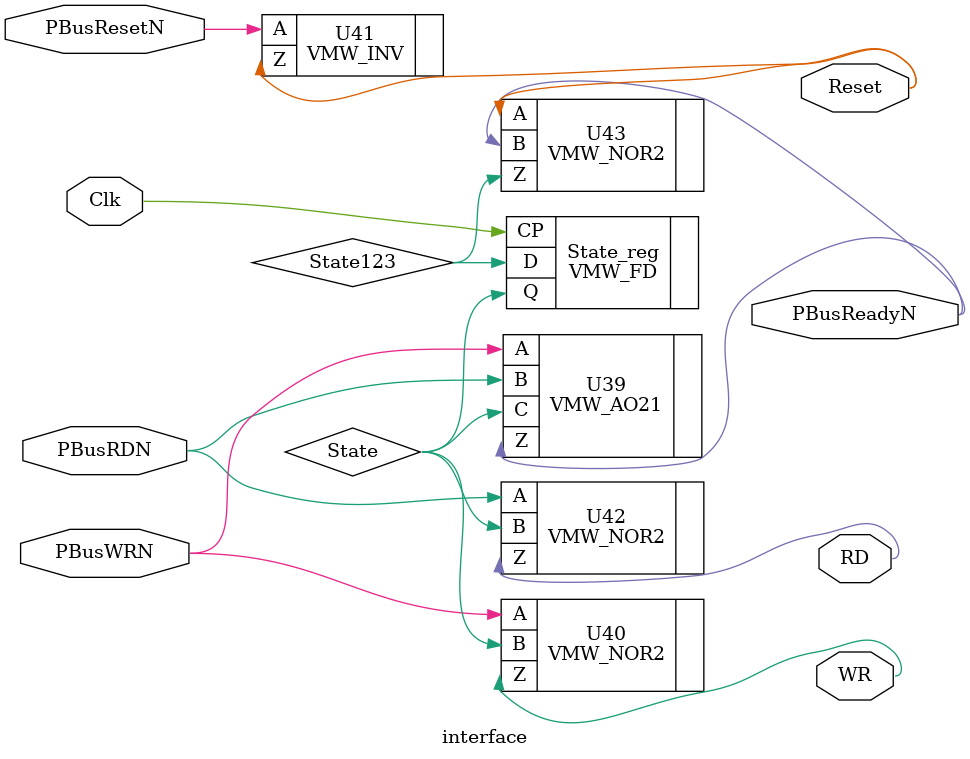
<source format=v>

module interface ( Clk, PBusResetN, PBusRDN, PBusWRN, PBusReadyN, Reset, RD, 
    WR );
input  Clk, PBusResetN, PBusRDN, PBusWRN;
output PBusReadyN, Reset, RD, WR;
    wire State123, State;
    VMW_AO21 U39 ( .A(PBusWRN), .B(PBusRDN), .C(State), .Z(PBusReadyN) );
    VMW_NOR2 U40 ( .A(PBusWRN), .B(State), .Z(WR) );
    VMW_INV U41 ( .A(PBusResetN), .Z(Reset) );
    VMW_NOR2 U42 ( .A(PBusRDN), .B(State), .Z(RD) );
    VMW_NOR2 U43 ( .A(Reset), .B(PBusReadyN), .Z(State123) );
    VMW_FD State_reg ( .D(State123), .CP(Clk), .Q(State) );
endmodule


</source>
